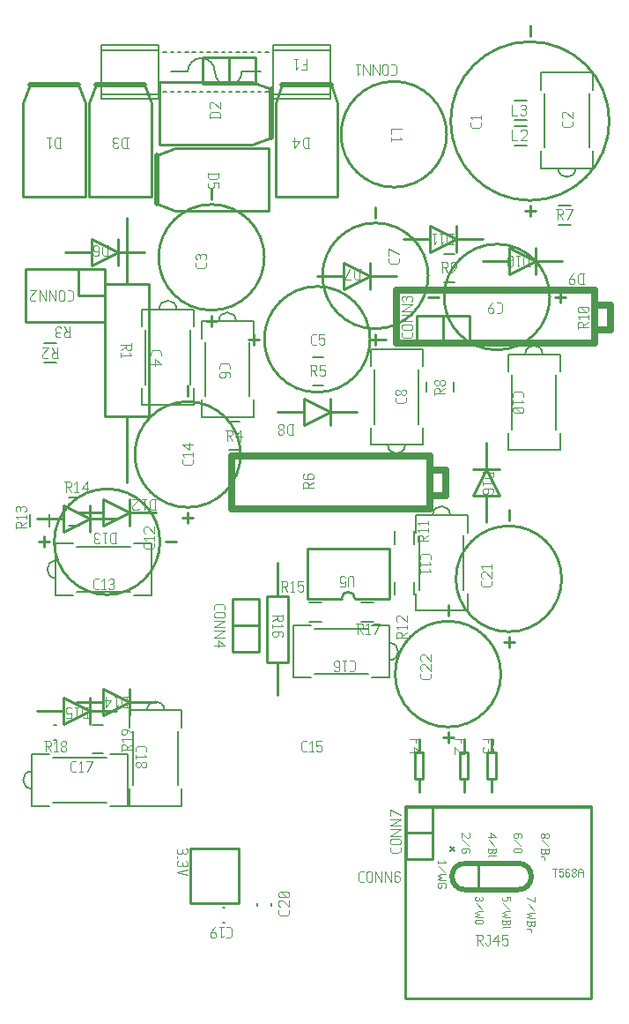
<source format=gbr>
G04 start of page 8 for group -4079 idx -4079 *
G04 Title: (unknown), topsilk *
G04 Creator: pcb 1.99z *
G04 CreationDate: Thu 18 Dec 2014 06:06:48 AM GMT UTC *
G04 For: commonadmin *
G04 Format: Gerber/RS-274X *
G04 PCB-Dimensions (mil): 2350.00 3800.00 *
G04 PCB-Coordinate-Origin: lower left *
%MOIN*%
%FSLAX25Y25*%
%LNTOPSILK*%
%ADD121C,0.0040*%
%ADD120C,0.0200*%
%ADD119C,0.0250*%
%ADD118C,0.0079*%
%ADD117C,0.0080*%
%ADD116C,0.0030*%
%ADD115C,0.0060*%
%ADD114C,0.0100*%
G54D114*X155330Y51930D02*Y80906D01*
X169109D01*
G54D115*X172298Y65749D02*X173873Y64174D01*
X172298D02*X173873Y65749D01*
G54D114*X155330Y8465D02*X225802D01*
X155330Y51969D02*Y8465D01*
X225802Y51969D02*Y8465D01*
Y80906D02*X210881D01*
X225802Y51930D02*Y80906D01*
X168086D02*X213086D01*
G54D116*X201462Y46453D02*X204462Y44953D01*
Y46828D02*Y44953D01*
X201837Y44053D02*X204087Y41803D01*
X202962Y40903D02*X204462D01*
X202962D02*X201462Y40528D01*
X202962Y39778D01*
X201462Y39028D01*
X202962Y38653D01*
X204462D01*
X201462Y37753D02*Y36253D01*
X201837Y35878D01*
X202737D01*
X203112Y36253D02*X202737Y35878D01*
X203112Y37378D02*Y36253D01*
X201462Y37378D02*X204462D01*
Y37753D02*Y36253D01*
X204087Y35878D01*
X203487D02*X204087D01*
X203112Y36253D02*X203487Y35878D01*
X201462Y34603D02*X202587D01*
X202962Y34228D01*
Y33478D01*
Y34978D02*X202587Y34603D01*
X195013Y46828D02*Y45328D01*
X193513Y46828D02*X195013D01*
X193513D02*X193888Y46453D01*
Y45703D01*
X193513Y45328D01*
X192388D02*X193513D01*
X192013Y45703D02*X192388Y45328D01*
X192013Y46453D02*Y45703D01*
X192388Y46828D02*X192013Y46453D01*
X192388Y44428D02*X194638Y42178D01*
X193513Y41278D02*X195013D01*
X193513D02*X192013Y40903D01*
X193513Y40153D01*
X192013Y39403D01*
X193513Y39028D01*
X195013D01*
X192013Y38128D02*Y36628D01*
X192388Y36253D01*
X193288D01*
X193663Y36628D02*X193288Y36253D01*
X193663Y37753D02*Y36628D01*
X192013Y37753D02*X195013D01*
Y38128D02*Y36628D01*
X194638Y36253D01*
X194038D02*X194638D01*
X193663Y36628D02*X194038Y36253D01*
X192388Y35353D02*X195013D01*
X192388D02*X192013Y34978D01*
X187626Y71064D02*X189501Y69564D01*
X187626Y71064D02*Y69189D01*
X186501Y69564D02*X189501D01*
X186876Y68289D02*X189126Y66039D01*
X186501Y65139D02*Y63639D01*
X186876Y63264D01*
X187776D01*
X188151Y63639D02*X187776Y63264D01*
X188151Y64764D02*Y63639D01*
X186501Y64764D02*X189501D01*
Y65139D02*Y63639D01*
X189126Y63264D01*
X188526D02*X189126D01*
X188151Y63639D02*X188526Y63264D01*
X186876Y62364D02*X189501D01*
X186876D02*X186501Y61989D01*
X184402Y46828D02*X184777Y46453D01*
Y45703D01*
X184402Y45328D01*
X181777Y45703D02*X182152Y45328D01*
X181777Y46453D02*Y45703D01*
X182152Y46828D02*X181777Y46453D01*
X183427D02*Y45703D01*
X183802Y45328D02*X184402D01*
X182152D02*X183052D01*
X183427Y45703D01*
X183802Y45328D02*X183427Y45703D01*
X182152Y44428D02*X184402Y42178D01*
X183277Y41278D02*X184777D01*
X183277D02*X181777Y40903D01*
X183277Y40153D01*
X181777Y39403D01*
X183277Y39028D01*
X184777D01*
X182152Y38128D02*X184402D01*
X184777Y37753D01*
Y37003D01*
X184402Y36628D01*
X182152D02*X184402D01*
X181777Y37003D02*X182152Y36628D01*
X181777Y37753D02*Y37003D01*
X182152Y38128D02*X181777Y37753D01*
X211149Y57570D02*X212649D01*
X211899D02*Y54570D01*
X213549Y57570D02*X215049D01*
X213549D02*Y56070D01*
X213924Y56445D01*
X214674D01*
X215049Y56070D01*
Y54945D01*
X214674Y54570D02*X215049Y54945D01*
X213924Y54570D02*X214674D01*
X213549Y54945D02*X213924Y54570D01*
X217074Y57570D02*X217449Y57195D01*
X216324Y57570D02*X217074D01*
X215949Y57195D02*X216324Y57570D01*
X215949Y57195D02*Y54945D01*
X216324Y54570D01*
X217074Y56220D02*X217449Y55845D01*
X215949Y56220D02*X217074D01*
X216324Y54570D02*X217074D01*
X217449Y54945D01*
Y55845D02*Y54945D01*
X218349D02*X218724Y54570D01*
X218349Y55545D02*Y54945D01*
Y55545D02*X218874Y56070D01*
X219324D01*
X219849Y55545D01*
Y54945D01*
X219474Y54570D02*X219849Y54945D01*
X218724Y54570D02*X219474D01*
X218349Y56595D02*X218874Y56070D01*
X218349Y57195D02*Y56595D01*
Y57195D02*X218724Y57570D01*
X219474D01*
X219849Y57195D01*
Y56595D01*
X219324Y56070D02*X219849Y56595D01*
X220749Y56820D02*Y54570D01*
Y56820D02*X221274Y57570D01*
X222099D01*
X222624Y56820D01*
Y54570D01*
X220749Y56070D02*X222624D01*
X206955Y70670D02*X206580Y70295D01*
X206955Y70670D02*X207555D01*
X208080Y70145D01*
Y69695D01*
X207555Y69170D01*
X206955D02*X207555D01*
X206580Y69545D02*X206955Y69170D01*
X206580Y70295D02*Y69545D01*
X208605Y70670D02*X208080Y70145D01*
X208605Y70670D02*X209205D01*
X209580Y70295D01*
Y69545D01*
X209205Y69170D01*
X208605D02*X209205D01*
X208080Y69695D02*X208605Y69170D01*
X206955Y68270D02*X209205Y66020D01*
X206580Y65120D02*Y63620D01*
X206955Y63245D01*
X207855D01*
X208230Y63620D02*X207855Y63245D01*
X208230Y64745D02*Y63620D01*
X206580Y64745D02*X209580D01*
Y65120D02*Y63620D01*
X209205Y63245D01*
X208605D02*X209205D01*
X208230Y63620D02*X208605Y63245D01*
X206580Y61970D02*X207705D01*
X208080Y61595D01*
Y60845D01*
Y62345D02*X207705Y61970D01*
X199344Y69545D02*X198969Y69170D01*
X199344Y70295D02*Y69545D01*
X198969Y70670D02*X199344Y70295D01*
X196719Y70670D02*X198969D01*
X196719D02*X196344Y70295D01*
X197994Y69545D02*X197619Y69170D01*
X197994Y70670D02*Y69545D01*
X196344Y70295D02*Y69545D01*
X196719Y69170D01*
X197619D01*
X196719Y68270D02*X198969Y66020D01*
X196719Y65120D02*X198969D01*
X199344Y64745D01*
Y63995D01*
X198969Y63620D01*
X196719D02*X198969D01*
X196344Y63995D02*X196719Y63620D01*
X196344Y64745D02*Y63995D01*
X196719Y65120D02*X196344Y64745D01*
X179284Y71064D02*X179659Y70689D01*
Y69564D01*
X179284Y69189D01*
X178534D02*X179284D01*
X176659Y71064D02*X178534Y69189D01*
X176659Y71064D02*Y69189D01*
X177034Y68289D02*X179284Y66039D01*
X179659Y63639D02*X179284Y63264D01*
X179659Y64764D02*Y63639D01*
X179284Y65139D02*X179659Y64764D01*
X177034Y65139D02*X179284D01*
X177034D02*X176659Y64764D01*
Y63639D01*
X177034Y63264D01*
X177784D01*
X178159Y63639D02*X177784Y63264D01*
X178159Y64389D02*Y63639D01*
X169941Y60434D02*X170541Y59834D01*
X167541D02*X170541D01*
X167541Y60434D02*Y59309D01*
X167916Y58409D02*X170166Y56159D01*
X169041Y55259D02*X170541D01*
X169041D02*X167541Y54884D01*
X169041Y54134D01*
X167541Y53384D01*
X169041Y53009D01*
X170541D01*
Y50609D02*X170166Y50234D01*
X170541Y51734D02*Y50609D01*
X170166Y52109D02*X170541Y51734D01*
X167916Y52109D02*X170166D01*
X167916D02*X167541Y51734D01*
Y50609D01*
X167916Y50234D01*
X168666D01*
X169041Y50609D02*X168666Y50234D01*
X169041Y51359D02*Y50609D01*
G54D114*X186000Y218500D02*Y208500D01*
Y198500D02*Y188500D01*
Y208500D02*X191000Y198500D01*
X181000D02*X191000D01*
X181000D02*X186000Y208500D01*
X181000D02*X191000D01*
G54D117*X213233Y308240D02*X217957D01*
X213233Y300760D02*X217957D01*
G54D118*X194157Y222248D02*Y215654D01*
X213843D01*
Y222248D02*Y215654D01*
X194157Y251874D02*Y245280D01*
Y251874D02*X213843D01*
Y245280D01*
X195535Y244000D02*Y223528D01*
X212465Y244000D02*Y223528D01*
X207281Y251874D02*G75*G03X200719Y251874I-3281J0D01*G01*
G54D114*X204500Y287000D02*X214500D01*
X184500D02*X194500D01*
X204500D02*X194500Y282000D01*
Y292000D02*Y282000D01*
Y292000D02*X204500Y287000D01*
Y292000D02*Y282000D01*
X151000Y355000D02*G75*G03X151000Y355000I0J-20000D01*G01*
X202500Y308000D02*Y304000D01*
X200500Y306000D02*X204500D01*
X202500Y376000D02*Y372000D01*
Y310000D02*G75*G03X202500Y310000I0J30000D01*G01*
G54D117*X196543Y338240D02*X201267D01*
X196543Y330760D02*X201267D01*
G54D118*X226343Y358346D02*Y351752D01*
X206657Y358346D02*X226343D01*
X206657D02*Y351752D01*
X226343Y328720D02*Y322126D01*
X206657D02*X226343D01*
X206657Y328720D02*Y322126D01*
X224965Y350472D02*Y330000D01*
X208035Y350472D02*Y330000D01*
X213219Y322126D02*G75*G03X219781Y322126I3281J0D01*G01*
G54D117*X196543Y347740D02*X201267D01*
X196543Y340260D02*X201267D01*
G54D118*X161843Y253874D02*Y247280D01*
X142157Y253874D02*X161843D01*
X142157D02*Y247280D01*
X161843Y224248D02*Y217654D01*
X142157D02*X161843D01*
X142157Y224248D02*Y217654D01*
X160465Y246000D02*Y225528D01*
X143535Y246000D02*Y225528D01*
X148719Y217654D02*G75*G03X155281Y217654I3281J0D01*G01*
G54D117*X163186Y241563D02*Y237627D01*
X173814Y241563D02*Y237627D01*
X170127Y289814D02*X174063D01*
X170127Y279186D02*X174063D01*
G54D114*X174500Y295500D02*X184500D01*
X154500D02*X164500D01*
X174500D02*X164500Y290500D01*
Y300500D02*Y290500D01*
Y300500D02*X174500Y295500D01*
Y300500D02*Y290500D01*
G54D119*X227000Y270500D02*X233000D01*
Y261000D01*
X227000D02*X233000D01*
X152000Y256000D02*X227000D01*
Y276000D02*Y256000D01*
X152000Y276000D02*X227000D01*
X152000D02*Y256000D01*
G54D114*X179500Y266500D02*Y256500D01*
X159500Y266500D02*X179500D01*
X159500D02*Y256500D01*
X179500D01*
X169500Y266500D02*X179500D01*
X169500D02*Y256500D01*
X212000Y273500D02*X216000D01*
X214000Y275500D02*Y271500D01*
X164000Y273500D02*X168000D01*
X210000D02*G75*G03X210000Y273500I-20000J0D01*G01*
G54D117*X138543Y158240D02*X143267D01*
X138543Y150760D02*X143267D01*
X119043Y158240D02*X123767D01*
X119043Y150760D02*X123767D01*
G54D118*X113126Y149343D02*X119720D01*
X113126D02*Y129657D01*
X119720D01*
X142752Y149343D02*X149346D01*
Y129657D01*
X142752D02*X149346D01*
X121000Y147965D02*X141472D01*
X121000Y131035D02*X141472D01*
X149346Y136219D02*G75*G03X149346Y142781I0J3281D01*G01*
G54D114*X149250Y178500D02*Y159500D01*
X118250Y178500D02*X149250D01*
X118250D02*Y159500D01*
X136250D02*X149250D01*
X118250D02*X131250D01*
X136250D02*G75*G03X131250Y159500I-2500J0D01*G01*
G54D118*X159157Y161530D02*Y154936D01*
X178843D01*
Y161530D02*Y154936D01*
X159157Y191156D02*Y184562D01*
Y191156D02*X178843D01*
Y184562D01*
X160535Y183282D02*Y162810D01*
X177465Y183282D02*Y162810D01*
X172281Y191156D02*G75*G03X165719Y191156I-3281J0D01*G01*
G54D117*X151260Y165767D02*Y161043D01*
X158740Y165767D02*Y161043D01*
X151260Y184957D02*Y180233D01*
X158740Y184957D02*Y180233D01*
G54D114*X194500Y145000D02*Y141000D01*
X192500Y143000D02*X196500D01*
X194500Y193000D02*Y189000D01*
Y147000D02*G75*G03X194500Y147000I0J20000D01*G01*
X171500Y109000D02*Y105000D01*
X169500Y107000D02*X173500D01*
X171500Y157000D02*Y153000D01*
Y111000D02*G75*G03X171500Y111000I0J20000D01*G01*
X177500Y106500D02*Y101500D01*
Y91500D02*Y86500D01*
X179100Y101500D02*Y91500D01*
X175900D02*X179100D01*
X175900Y101500D02*Y91500D01*
Y101500D02*X179100D01*
X160500Y106500D02*Y101500D01*
Y91500D02*Y86500D01*
X162100Y101500D02*Y91500D01*
X158900D02*X162100D01*
X158900Y101500D02*Y91500D01*
Y101500D02*X162100D01*
X188000Y106500D02*Y101500D01*
Y91500D02*Y86500D01*
X189600Y101500D02*Y91500D01*
X186400D02*X189600D01*
X186400Y101500D02*Y91500D01*
Y101500D02*X189600D01*
X155500Y61000D02*X165500D01*
Y81000D02*Y61000D01*
X155500Y81000D02*X165500D01*
X155500D02*Y61000D01*
X165500Y71000D02*Y61000D01*
X155500Y71000D02*X165500D01*
X168000Y80945D02*X213000D01*
X155244D02*X169024D01*
X225717D02*Y51969D01*
X210795Y80945D02*X225717D01*
Y52008D02*Y8504D01*
X155244Y80945D02*Y51969D01*
Y52008D02*Y8504D01*
X225717D01*
G54D120*X178000Y49500D02*X198000D01*
X178000Y59500D02*X198000D01*
G54D114*X183000D02*Y49500D01*
G54D120*X178000Y59500D02*G75*G03X178000Y49500I0J-5000D01*G01*
X198000D02*G75*G03X198000Y59500I0J5000D01*G01*
G54D114*X73900Y65200D02*Y44500D01*
X92200D01*
Y65200D02*Y44500D01*
X73900Y65200D02*X92200D01*
G54D117*X86150Y37245D02*X86936D01*
X86150Y42755D02*X86936D01*
X99245Y44350D02*Y43564D01*
X104755Y44350D02*Y43564D01*
G54D118*X50236Y81157D02*X43642D01*
X50236D02*Y100843D01*
X43642D01*
X14016Y81157D02*X20610D01*
X14016D02*Y100843D01*
X20610D01*
X42362Y82535D02*X21890D01*
X42362Y99465D02*X21890D01*
X14016Y94281D02*G75*G03X14016Y87719I0J-3281D01*G01*
G54D114*X36000Y117000D02*X46000D01*
X16000D02*X26000D01*
X36000D02*X26000Y112000D01*
Y122000D02*Y112000D01*
Y122000D02*X36000Y117000D01*
Y122000D02*Y112000D01*
X51000Y120500D02*X61000D01*
X31000D02*X41000D01*
X51000D02*X41000Y115500D01*
Y125500D02*Y115500D01*
Y125500D02*X51000Y120500D01*
Y125500D02*Y115500D01*
G54D117*X37017Y111814D02*X40953D01*
X37017Y101186D02*X40953D01*
G54D118*X51047Y87720D02*Y81126D01*
X70732D01*
Y87720D02*Y81126D01*
X51047Y117346D02*Y110752D01*
Y117346D02*X70732D01*
Y110752D01*
X52425Y109472D02*Y89000D01*
X69354Y109472D02*Y89000D01*
X64170Y117346D02*G75*G03X57609Y117346I-3281J0D01*G01*
G54D117*X126961Y368736D02*Y348263D01*
X105308Y368736D02*Y348263D01*
X105307Y350233D02*X126960D01*
X105307Y368736D02*X126960D01*
X93496Y358697D02*X100779D01*
X66527D02*X73023D01*
X105307Y366768D02*X126960D01*
X105307Y348264D02*X126960D01*
X40347Y368736D02*X62000D01*
X40347Y348264D02*X62000D01*
X61999Y368737D02*Y348264D01*
X40346Y368737D02*Y348264D01*
X40347Y366767D02*X62000D01*
X40347Y350232D02*X62000D01*
X83062Y351020D02*X84243D01*
X80306D02*X81487D01*
X77550D02*X78731D01*
X74794D02*X75975D01*
X72038D02*X73219D01*
X94085D02*X95266D01*
X91330D02*X92511D01*
X88574D02*X89755D01*
X85818D02*X86999D01*
X102353D02*X103534D01*
X99597D02*X100778D01*
X96841D02*X98022D01*
X63770D02*X64951D01*
X69282D02*X70463D01*
X66526D02*X67707D01*
X83063Y365981D02*X84244D01*
X80307D02*X81488D01*
X77551D02*X78732D01*
X74795D02*X75976D01*
X72039D02*X73220D01*
X94086D02*X95267D01*
X91331D02*X92512D01*
X88575D02*X89756D01*
X85819D02*X87000D01*
X102354D02*X103535D01*
X99598D02*X100779D01*
X96842D02*X98023D01*
X63771D02*X64952D01*
X69283D02*X70464D01*
X66527D02*X67708D01*
X88378Y353579D02*G75*G03X93496Y358697I0J5118D01*G01*
X83260Y358698D02*G75*G03X88379Y353579I5119J0D01*G01*
X78142Y363815D02*G75*G03X73024Y358697I0J-5118D01*G01*
X83260Y358696D02*G75*G03X78141Y363815I-5119J0D01*G01*
G54D114*X98500Y364000D02*Y354000D01*
X78500Y364000D02*X98500D01*
X78500D02*Y354000D01*
X98500D01*
X88500Y364000D02*X98500D01*
X88500D02*Y354000D01*
G54D120*X13300Y353800D02*X31700D01*
G54D114*X13300D02*X10700Y346600D01*
Y311400D01*
X34300D01*
Y346600D02*Y311400D01*
Y346600D02*X31700Y353800D01*
G54D120*X38300D02*X56700D01*
G54D114*X38300D02*X35700Y346600D01*
Y311400D01*
X59300D01*
Y346600D02*Y311400D01*
Y346600D02*X56700Y353800D01*
G54D120*X104600Y352200D02*Y333800D01*
G54D114*Y352200D02*X97400Y354800D01*
X62200D02*X97400D01*
X62200D02*Y331200D01*
X97400D01*
X104600Y333800D01*
G54D120*X61200Y327200D02*Y308800D01*
G54D114*X68400Y306200D01*
X103600D01*
Y329800D01*
X68400D01*
X61200Y327200D01*
G54D120*X108800Y353800D02*X127200D01*
G54D114*X108800D02*X106200Y346600D01*
Y311400D01*
X129800D01*
Y346600D02*Y311400D01*
Y346600D02*X127200Y353800D01*
X142000Y281500D02*X152000D01*
X122000D02*X132000D01*
X142000D02*X132000Y276500D01*
Y286500D02*Y276500D01*
Y286500D02*X142000Y281500D01*
Y286500D02*Y276500D01*
X82000Y266500D02*Y262500D01*
X80000Y264500D02*X84000D01*
X82000Y314500D02*Y310500D01*
Y268500D02*G75*G03X82000Y268500I0J20000D01*G01*
X127000Y230000D02*X137000D01*
X107000D02*X117000D01*
X127000D02*X117000Y225000D01*
Y235000D02*Y225000D01*
Y235000D02*X127000Y230000D01*
Y235000D02*Y225000D01*
G54D117*X120437Y250814D02*X124373D01*
X120437Y240186D02*X124373D01*
G54D114*X96000Y257500D02*X100000D01*
X98000Y259500D02*Y255500D01*
X144000Y257500D02*X148000D01*
X102000D02*G75*G03X102000Y257500I20000J0D01*G01*
G54D119*X164500Y208000D02*X170500D01*
Y198500D01*
X164500D02*X170500D01*
X89500Y193500D02*X164500D01*
Y213500D02*Y193500D01*
X89500Y213500D02*X164500D01*
X89500D02*Y193500D01*
G54D114*X144000Y259500D02*Y255500D01*
X142000Y257500D02*X146000D01*
X144000Y307500D02*Y303500D01*
Y261500D02*G75*G03X144000Y261500I0J20000D01*G01*
X46500Y290500D02*X56500D01*
X26500D02*X36500D01*
X46500D02*X36500Y285500D01*
Y295500D02*Y285500D01*
Y295500D02*X46500Y290500D01*
Y295500D02*Y285500D01*
G54D117*X18543Y248760D02*X23267D01*
X18543Y256240D02*X23267D01*
G54D114*X11500Y284000D02*X41500D01*
X11500D02*Y264000D01*
X41500D01*
Y284000D02*Y264000D01*
X31500Y284000D02*Y274000D01*
X41500D01*
X50000Y278500D02*Y303500D01*
Y203500D02*Y228500D01*
X58300D02*Y278500D01*
X41700Y228500D02*X58300D01*
X41700D02*Y278500D01*
X58300D01*
G54D118*X55657Y239248D02*Y232654D01*
X75343D01*
Y239248D02*Y232654D01*
X55657Y268874D02*Y262280D01*
Y268874D02*X75343D01*
Y262280D01*
X57035Y261000D02*Y240528D01*
X73965Y261000D02*Y240528D01*
X68781Y268874D02*G75*G03X62219Y268874I-3281J0D01*G01*
X78157Y234748D02*Y228154D01*
X97843D01*
Y234748D02*Y228154D01*
X78157Y264374D02*Y257780D01*
Y264374D02*X97843D01*
Y257780D01*
X79535Y256500D02*Y236028D01*
X96465Y256500D02*Y236028D01*
X91281Y264374D02*G75*G03X84719Y264374I-3281J0D01*G01*
G54D117*X88627Y226314D02*X92563D01*
X88627Y215686D02*X92563D01*
G54D114*X107000Y173000D02*Y160500D01*
Y135500D02*Y123000D01*
X111100Y160500D02*Y135500D01*
X102900D02*X111100D01*
X102900Y160500D02*Y135500D01*
Y160500D02*X111100D01*
X90000Y159500D02*X100000D01*
X90000D02*Y139500D01*
X100000D01*
Y159500D02*Y139500D01*
X90000Y159500D02*Y149500D01*
X100000D01*
X73000Y192000D02*Y188000D01*
X71000Y190000D02*X75000D01*
X73000Y240000D02*Y236000D01*
Y194000D02*G75*G03X73000Y194000I0J20000D01*G01*
G54D117*X28127Y197814D02*X32063D01*
X28127Y187186D02*X32063D01*
X13260Y191457D02*Y186733D01*
X20740Y191457D02*Y186733D01*
G54D114*X51000Y192000D02*X61000D01*
X31000D02*X41000D01*
X51000D02*X41000Y187000D01*
Y197000D02*Y187000D01*
Y197000D02*X51000Y192000D01*
Y197000D02*Y187000D01*
X36028Y189839D02*X46028D01*
X16028D02*X26028D01*
X36028D02*X26028Y184839D01*
Y194839D02*Y184839D01*
Y194839D02*X36028Y189839D01*
Y194839D02*Y184839D01*
X16500Y181000D02*X20500D01*
X18500Y183000D02*Y179000D01*
X64500Y181000D02*X68500D01*
X22500D02*G75*G03X22500Y181000I20000J0D01*G01*
G54D118*X59346Y160657D02*X52752D01*
X59346D02*Y180343D01*
X52752D01*
X23126Y160657D02*X29720D01*
X23126D02*Y180343D01*
X29720D01*
X51472Y162035D02*X31000D01*
X51472Y178965D02*X31000D01*
X23126Y173781D02*G75*G03X23126Y167219I0J-3281D01*G01*
G54D117*X22454Y111755D02*X23240D01*
X22454Y106245D02*X23240D01*
G54D121*X109100Y153500D02*Y151500D01*
X108600Y151000D01*
X107600D02*X108600D01*
X107100Y151500D02*X107600Y151000D01*
X107100Y153000D02*Y151500D01*
X105100Y153000D02*X109100D01*
X107100Y152200D02*X105100Y151000D01*
X108300Y149800D02*X109100Y149000D01*
X105100D02*X109100D01*
X105100Y149800D02*Y148300D01*
X109100Y145600D02*X108600Y145100D01*
X109100Y146600D02*Y145600D01*
X108600Y147100D02*X109100Y146600D01*
X105600Y147100D02*X108600D01*
X105600D02*X105100Y146600D01*
X107300Y145600D02*X106800Y145100D01*
X107300Y147100D02*Y145600D01*
X105100Y146600D02*Y145600D01*
X105600Y145100D01*
X106800D01*
X136755Y150150D02*X138755D01*
X139255Y149650D01*
Y148650D01*
X138755Y148150D02*X139255Y148650D01*
X137255Y148150D02*X138755D01*
X137255Y150150D02*Y146150D01*
X138055Y148150D02*X139255Y146150D01*
X140455Y149350D02*X141255Y150150D01*
Y146150D01*
X140455D02*X141955D01*
X143655D02*X145655Y150150D01*
X143155D02*X145655D01*
X108255Y166150D02*X110255D01*
X110755Y165650D01*
Y164650D01*
X110255Y164150D02*X110755Y164650D01*
X108755Y164150D02*X110255D01*
X108755Y166150D02*Y162150D01*
X109555Y164150D02*X110755Y162150D01*
X111955Y165350D02*X112755Y166150D01*
Y162150D01*
X111955D02*X113455D01*
X114655Y166150D02*X116655D01*
X114655D02*Y164150D01*
X115155Y164650D01*
X116155D01*
X116655Y164150D01*
Y162650D01*
X116155Y162150D02*X116655Y162650D01*
X115155Y162150D02*X116155D01*
X114655Y162650D02*X115155Y162150D01*
X135750Y167500D02*Y164000D01*
Y167500D02*X135250Y168000D01*
X134250D02*X135250D01*
X134250D02*X133750Y167500D01*
Y164000D01*
X130550D02*X132550D01*
Y166000D02*Y164000D01*
Y166000D02*X132050Y165500D01*
X131050D02*X132050D01*
X131050D02*X130550Y166000D01*
Y167500D02*Y166000D01*
X131050Y168000D02*X130550Y167500D01*
X131050Y168000D02*X132050D01*
X132550Y167500D02*X132050Y168000D01*
X37936Y163000D02*X39236D01*
X37236Y163700D02*X37936Y163000D01*
X37236Y166300D02*Y163700D01*
Y166300D02*X37936Y167000D01*
X39236D01*
X40436Y166200D02*X41236Y167000D01*
Y163000D01*
X40436D02*X41936D01*
X43136Y166500D02*X43636Y167000D01*
X44636D01*
X45136Y166500D01*
X44636Y163000D02*X45136Y163500D01*
X43636Y163000D02*X44636D01*
X43136Y163500D02*X43636Y163000D01*
Y165200D02*X44636D01*
X45136Y166500D02*Y165700D01*
Y164700D02*Y163500D01*
Y164700D02*X44636Y165200D01*
X45136Y165700D02*X44636Y165200D01*
X83000Y156800D02*Y155500D01*
X83700Y157500D02*X83000Y156800D01*
X83700Y157500D02*X86300D01*
X87000Y156800D01*
Y155500D01*
X83500Y154300D02*X86500D01*
X87000Y153800D01*
Y152800D01*
X86500Y152300D01*
X83500D02*X86500D01*
X83000Y152800D02*X83500Y152300D01*
X83000Y153800D02*Y152800D01*
X83500Y154300D02*X83000Y153800D01*
Y151100D02*X87000D01*
X83000Y148600D01*
X87000D01*
X83000Y147400D02*X87000D01*
X83000Y144900D01*
X87000D01*
X84500Y143700D02*X87000Y141700D01*
X84500Y143700D02*Y141200D01*
X83000Y141700D02*X87000D01*
X134236Y136000D02*X135536D01*
X136236Y135300D02*X135536Y136000D01*
X136236Y135300D02*Y132700D01*
X135536Y132000D01*
X134236D02*X135536D01*
X133036Y132800D02*X132236Y132000D01*
Y136000D02*Y132000D01*
X131536Y136000D02*X133036D01*
X128836Y132000D02*X128336Y132500D01*
X128836Y132000D02*X129836D01*
X130336Y132500D02*X129836Y132000D01*
X130336Y135500D02*Y132500D01*
Y135500D02*X129836Y136000D01*
X128836Y133800D02*X128336Y134300D01*
X128836Y133800D02*X130336D01*
X128836Y136000D02*X129836D01*
X128836D02*X128336Y135500D01*
Y134300D01*
X116609Y101650D02*X117909D01*
X115909Y102350D02*X116609Y101650D01*
X115909Y104950D02*Y102350D01*
Y104950D02*X116609Y105650D01*
X117909D01*
X119109Y104850D02*X119909Y105650D01*
Y101650D01*
X119109D02*X120609D01*
X121809Y105650D02*X123809D01*
X121809D02*Y103650D01*
X122309Y104150D01*
X123309D01*
X123809Y103650D01*
Y102150D01*
X123309Y101650D02*X123809Y102150D01*
X122309Y101650D02*X123309D01*
X121809Y102150D02*X122309Y101650D01*
X151850Y146255D02*Y144255D01*
Y146255D02*X152350Y146755D01*
X153350D01*
X153850Y146255D02*X153350Y146755D01*
X153850Y146255D02*Y144755D01*
X151850D02*X155850D01*
X153850Y145555D02*X155850Y146755D01*
X152650Y147955D02*X151850Y148755D01*
X155850D01*
Y149455D02*Y147955D01*
X152350Y150655D02*X151850Y151155D01*
Y152655D02*Y151155D01*
Y152655D02*X152350Y153155D01*
X153350D01*
X155850Y150655D02*X153350Y153155D01*
X155850D02*Y150655D01*
X165000Y131000D02*Y129700D01*
X164300Y129000D02*X165000Y129700D01*
X161700Y129000D02*X164300D01*
X161700D02*X161000Y129700D01*
Y131000D02*Y129700D01*
X161500Y132200D02*X161000Y132700D01*
Y134200D02*Y132700D01*
Y134200D02*X161500Y134700D01*
X162500D01*
X165000Y132200D02*X162500Y134700D01*
X165000D02*Y132200D01*
X161500Y135900D02*X161000Y136400D01*
Y137900D02*Y136400D01*
Y137900D02*X161500Y138400D01*
X162500D01*
X165000Y135900D02*X162500Y138400D01*
X165000D02*Y135900D01*
X174100Y106500D02*X178100D01*
Y104500D01*
X176300Y106500D02*Y105000D01*
X177600Y103300D02*X178100Y102800D01*
Y101300D01*
X177600Y100800D01*
X176600D02*X177600D01*
X174100Y103300D02*X176600Y100800D01*
X174100Y103300D02*Y100800D01*
X157100Y106500D02*X161100D01*
Y104500D01*
X159300Y106500D02*Y105000D01*
X158600Y103300D02*X161100Y101300D01*
X158600Y103300D02*Y100800D01*
X157100Y101300D02*X161100D01*
X184600Y106500D02*X188600D01*
Y104500D01*
X186800Y106500D02*Y105000D01*
X188100Y103300D02*X188600Y102800D01*
Y101800D01*
X188100Y101300D01*
X184600Y101800D02*X185100Y101300D01*
X184600Y102800D02*Y101800D01*
X185100Y103300D02*X184600Y102800D01*
X186800D02*Y101800D01*
X187300Y101300D02*X188100D01*
X185100D02*X186300D01*
X186800Y101800D01*
X187300Y101300D02*X186800Y101800D01*
X184500Y207000D02*X188500D01*
Y205700D02*X187800Y205000D01*
X185200D02*X187800D01*
X184500Y205700D02*X185200Y205000D01*
X184500Y207500D02*Y205700D01*
X188500Y207500D02*Y205700D01*
X187700Y203800D02*X188500Y203000D01*
X184500D02*X188500D01*
X184500Y203800D02*Y202300D01*
X188500Y199600D02*X188000Y199100D01*
X188500Y200600D02*Y199600D01*
X188000Y201100D02*X188500Y200600D01*
X185000Y201100D02*X188000D01*
X185000D02*X184500Y200600D01*
X186700Y199600D02*X186200Y199100D01*
X186700Y201100D02*Y199600D01*
X184500Y200600D02*Y199600D01*
X185000Y199100D01*
X186200D01*
X196000Y237064D02*Y235764D01*
X196700Y237764D02*X196000Y237064D01*
X196700Y237764D02*X199300D01*
X200000Y237064D01*
Y235764D01*
X199200Y234564D02*X200000Y233764D01*
X196000D02*X200000D01*
X196000Y234564D02*Y233064D01*
X196500Y231864D02*X196000Y231364D01*
X196500Y231864D02*X199500D01*
X200000Y231364D01*
Y230364D01*
X199500Y229864D01*
X196500D02*X199500D01*
X196000Y230364D02*X196500Y229864D01*
X196000Y231364D02*Y230364D01*
X197000Y231864D02*X199000Y229864D01*
X155500Y235264D02*Y233964D01*
X154800Y233264D02*X155500Y233964D01*
X152200Y233264D02*X154800D01*
X152200D02*X151500Y233964D01*
Y235264D02*Y233964D01*
X155000Y236464D02*X155500Y236964D01*
X154200Y236464D02*X155000D01*
X154200D02*X153500Y237164D01*
Y237764D02*Y237164D01*
Y237764D02*X154200Y238464D01*
X155000D01*
X155500Y237964D02*X155000Y238464D01*
X155500Y237964D02*Y236964D01*
X152800Y236464D02*X153500Y237164D01*
X152000Y236464D02*X152800D01*
X152000D02*X151500Y236964D01*
Y237964D02*Y236964D01*
Y237964D02*X152000Y238464D01*
X152800D01*
X153500Y237764D02*X152800Y238464D01*
X158000Y260000D02*Y258700D01*
X157300Y258000D02*X158000Y258700D01*
X154700Y258000D02*X157300D01*
X154700D02*X154000Y258700D01*
Y260000D02*Y258700D01*
X154500Y261200D02*X157500D01*
X154500D02*X154000Y261700D01*
Y262700D02*Y261700D01*
Y262700D02*X154500Y263200D01*
X157500D01*
X158000Y262700D02*X157500Y263200D01*
X158000Y262700D02*Y261700D01*
X157500Y261200D02*X158000Y261700D01*
X154000Y264400D02*X158000D01*
X154000D02*X158000Y266900D01*
X154000D02*X158000D01*
X154000Y268100D02*X158000D01*
X154000D02*X158000Y270600D01*
X154000D02*X158000D01*
X154500Y271800D02*X154000Y272300D01*
Y273300D02*Y272300D01*
Y273300D02*X154500Y273800D01*
X158000Y273300D02*X157500Y273800D01*
X158000Y273300D02*Y272300D01*
X157500Y271800D02*X158000Y272300D01*
X155800Y273300D02*Y272300D01*
X154500Y273800D02*X155300D01*
X156300D02*X157500D01*
X156300D02*X155800Y273300D01*
X155300Y273800D02*X155800Y273300D01*
X166350Y238445D02*Y236445D01*
Y238445D02*X166850Y238945D01*
X167850D01*
X168350Y238445D02*X167850Y238945D01*
X168350Y238445D02*Y236945D01*
X166350D02*X170350D01*
X168350Y237745D02*X170350Y238945D01*
X169850Y240145D02*X170350Y240645D01*
X169050Y240145D02*X169850D01*
X169050D02*X168350Y240845D01*
Y241445D02*Y240845D01*
Y241445D02*X169050Y242145D01*
X169850D01*
X170350Y241645D02*X169850Y242145D01*
X170350Y241645D02*Y240645D01*
X167650Y240145D02*X168350Y240845D01*
X166850Y240145D02*X167650D01*
X166850D02*X166350Y240645D01*
Y241645D02*Y240645D01*
Y241645D02*X166850Y242145D01*
X167650D01*
X168350Y241445D02*X167650Y242145D01*
X161000Y175846D02*Y174546D01*
X161700Y176546D02*X161000Y175846D01*
X161700Y176546D02*X164300D01*
X165000Y175846D01*
Y174546D01*
X164200Y173346D02*X165000Y172546D01*
X161000D02*X165000D01*
X161000Y173346D02*Y171846D01*
X164200Y170646D02*X165000Y169846D01*
X161000D02*X165000D01*
X161000Y170646D02*Y169146D01*
X159850Y182945D02*Y180945D01*
Y182945D02*X160350Y183445D01*
X161350D01*
X161850Y182945D02*X161350Y183445D01*
X161850Y182945D02*Y181445D01*
X159850D02*X163850D01*
X161850Y182245D02*X163850Y183445D01*
X160650Y184645D02*X159850Y185445D01*
X163850D01*
Y186145D02*Y184645D01*
X160650Y187345D02*X159850Y188145D01*
X163850D01*
Y188845D02*Y187345D01*
X188000Y166000D02*Y164700D01*
X187300Y164000D02*X188000Y164700D01*
X184700Y164000D02*X187300D01*
X184700D02*X184000Y164700D01*
Y166000D02*Y164700D01*
X184500Y167200D02*X184000Y167700D01*
Y169200D02*Y167700D01*
Y169200D02*X184500Y169700D01*
X185500D01*
X188000Y167200D02*X185500Y169700D01*
X188000D02*Y167200D01*
X184800Y170900D02*X184000Y171700D01*
X188000D01*
Y172400D02*Y170900D01*
X117992Y363500D02*Y359500D01*
X115992D02*X117992D01*
X116492Y361300D02*X117992D01*
X114792Y360300D02*X113992Y359500D01*
Y363500D02*Y359500D01*
X113292Y363500D02*X114792D01*
X150000Y361500D02*X151300D01*
X152000Y360800D02*X151300Y361500D01*
X152000Y360800D02*Y358200D01*
X151300Y357500D01*
X150000D02*X151300D01*
X148800Y361000D02*Y358000D01*
X148300Y357500D01*
X147300D02*X148300D01*
X147300D02*X146800Y358000D01*
Y361000D02*Y358000D01*
X147300Y361500D02*X146800Y361000D01*
X147300Y361500D02*X148300D01*
X148800Y361000D02*X148300Y361500D01*
X145600D02*Y357500D01*
X143100Y361500D01*
Y357500D01*
X141900Y361500D02*Y357500D01*
X139400Y361500D01*
Y357500D01*
X138200Y358300D02*X137400Y357500D01*
Y361500D02*Y357500D01*
X136700Y361500D02*X138200D01*
X24500Y333900D02*Y329900D01*
X23200D02*X22500Y330600D01*
Y333200D02*Y330600D01*
X23200Y333900D02*X22500Y333200D01*
X23200Y333900D02*X25000D01*
X23200Y329900D02*X25000D01*
X21300Y330700D02*X20500Y329900D01*
Y333900D02*Y329900D01*
X19800Y333900D02*X21300D01*
X50000D02*Y329900D01*
X48700D02*X48000Y330600D01*
Y333200D02*Y330600D01*
X48700Y333900D02*X48000Y333200D01*
X48700Y333900D02*X50500D01*
X48700Y329900D02*X50500D01*
X46800Y330400D02*X46300Y329900D01*
X45300D02*X46300D01*
X45300D02*X44800Y330400D01*
X45300Y333900D02*X44800Y333400D01*
X45300Y333900D02*X46300D01*
X46800Y333400D02*X46300Y333900D01*
X45300Y331700D02*X46300D01*
X44800Y331200D02*Y330400D01*
Y333400D02*Y332200D01*
X45300Y331700D01*
X44800Y331200D02*X45300Y331700D01*
X81200Y341500D02*X85200D01*
X81200Y342800D02*X81900Y343500D01*
X84500D01*
X85200Y342800D02*X84500Y343500D01*
X85200Y342800D02*Y341000D01*
X81200Y342800D02*Y341000D01*
X81700Y344700D02*X81200Y345200D01*
Y346700D02*Y345200D01*
Y346700D02*X81700Y347200D01*
X82700D01*
X85200Y344700D02*X82700Y347200D01*
X85200D02*Y344700D01*
X118500Y333900D02*Y329900D01*
X117200D02*X116500Y330600D01*
Y333200D02*Y330600D01*
X117200Y333900D02*X116500Y333200D01*
X117200Y333900D02*X119000D01*
X117200Y329900D02*X119000D01*
X115300Y332400D02*X113300Y329900D01*
X112800Y332400D02*X115300D01*
X113300Y333900D02*Y329900D01*
X80600Y320000D02*X84600D01*
Y318700D02*X83900Y318000D01*
X81300D02*X83900D01*
X80600Y318700D02*X81300Y318000D01*
X80600Y320500D02*Y318700D01*
X84600Y320500D02*Y318700D01*
Y316800D02*Y314800D01*
X82600Y316800D02*X84600D01*
X82600D02*X83100Y316300D01*
Y315300D01*
X82600Y314800D01*
X81100D02*X82600D01*
X80600Y315300D02*X81100Y314800D01*
X80600Y316300D02*Y315300D01*
X81100Y316800D02*X80600Y316300D01*
X80000Y286500D02*Y285200D01*
X79300Y284500D02*X80000Y285200D01*
X76700Y284500D02*X79300D01*
X76700D02*X76000Y285200D01*
Y286500D02*Y285200D01*
X76500Y287700D02*X76000Y288200D01*
Y289200D02*Y288200D01*
Y289200D02*X76500Y289700D01*
X80000Y289200D02*X79500Y289700D01*
X80000Y289200D02*Y288200D01*
X79500Y287700D02*X80000Y288200D01*
X77800Y289200D02*Y288200D01*
X76500Y289700D02*X77300D01*
X78300D02*X79500D01*
X78300D02*X77800Y289200D01*
X77300Y289700D02*X77800Y289200D01*
X138000Y284000D02*Y280000D01*
X136700D02*X136000Y280700D01*
Y283300D02*Y280700D01*
X136700Y284000D02*X136000Y283300D01*
X136700Y284000D02*X138500D01*
X136700Y280000D02*X138500D01*
X134300Y284000D02*X132300Y280000D01*
X134800D01*
X42500Y293000D02*Y289000D01*
X41200D02*X40500Y289700D01*
Y292300D02*Y289700D01*
X41200Y293000D02*X40500Y292300D01*
X41200Y293000D02*X43000D01*
X41200Y289000D02*X43000D01*
X37800D02*X37300Y289500D01*
X37800Y289000D02*X38800D01*
X39300Y289500D02*X38800Y289000D01*
X39300Y292500D02*Y289500D01*
Y292500D02*X38800Y293000D01*
X37800Y290800D02*X37300Y291300D01*
X37800Y290800D02*X39300D01*
X37800Y293000D02*X38800D01*
X37800D02*X37300Y292500D01*
Y291300D01*
X22055Y250350D02*X24055D01*
X22055D02*X21555Y250850D01*
Y251850D02*Y250850D01*
X22055Y252350D02*X21555Y251850D01*
X22055Y252350D02*X23555D01*
Y254350D02*Y250350D01*
X22755Y252350D02*X21555Y254350D01*
X20355Y250850D02*X19855Y250350D01*
X18355D02*X19855D01*
X18355D02*X17855Y250850D01*
Y251850D02*Y250850D01*
X20355Y254350D02*X17855Y251850D01*
Y254350D02*X20355D01*
X26709Y258350D02*X28709D01*
X26709D02*X26209Y258850D01*
Y259850D02*Y258850D01*
X26709Y260350D02*X26209Y259850D01*
X26709Y260350D02*X28209D01*
Y262350D02*Y258350D01*
X27409Y260350D02*X26209Y262350D01*
X25009Y258850D02*X24509Y258350D01*
X23509D02*X24509D01*
X23509D02*X23009Y258850D01*
X23509Y262350D02*X23009Y261850D01*
X23509Y262350D02*X24509D01*
X25009Y261850D02*X24509Y262350D01*
X23509Y260150D02*X24509D01*
X23009Y259650D02*Y258850D01*
Y261850D02*Y260650D01*
X23509Y260150D01*
X23009Y259650D02*X23509Y260150D01*
X27500Y276000D02*X28800D01*
X29500Y275300D02*X28800Y276000D01*
X29500Y275300D02*Y272700D01*
X28800Y272000D01*
X27500D02*X28800D01*
X26300Y275500D02*Y272500D01*
X25800Y272000D01*
X24800D02*X25800D01*
X24800D02*X24300Y272500D01*
Y275500D02*Y272500D01*
X24800Y276000D02*X24300Y275500D01*
X24800Y276000D02*X25800D01*
X26300Y275500D02*X25800Y276000D01*
X23100D02*Y272000D01*
X20600Y276000D01*
Y272000D01*
X19400Y276000D02*Y272000D01*
X16900Y276000D01*
Y272000D01*
X15700Y272500D02*X15200Y272000D01*
X13700D02*X15200D01*
X13700D02*X13200Y272500D01*
Y273500D02*Y272500D01*
X15700Y276000D02*X13200Y273500D01*
Y276000D02*X15700D01*
X51800Y256000D02*Y254000D01*
X51300Y253500D01*
X50300D02*X51300D01*
X49800Y254000D02*X50300Y253500D01*
X49800Y255500D02*Y254000D01*
X47800Y255500D02*X51800D01*
X49800Y254700D02*X47800Y253500D01*
X51000Y252300D02*X51800Y251500D01*
X47800D02*X51800D01*
X47800Y252300D02*Y250800D01*
X59000Y252564D02*Y251264D01*
X59700Y253264D02*X59000Y252564D01*
X59700Y253264D02*X62300D01*
X63000Y252564D01*
Y251264D01*
X60500Y250064D02*X63000Y248064D01*
X60500Y250064D02*Y247564D01*
X59000Y248064D02*X63000D01*
X85000Y247564D02*Y246264D01*
X85700Y248264D02*X85000Y247564D01*
X85700Y248264D02*X88300D01*
X89000Y247564D01*
Y246264D01*
Y243564D02*X88500Y243064D01*
X89000Y244564D02*Y243564D01*
X88500Y245064D02*X89000Y244564D01*
X85500Y245064D02*X88500D01*
X85500D02*X85000Y244564D01*
X87200Y243564D02*X86700Y243064D01*
X87200Y245064D02*Y243564D01*
X85000Y244564D02*Y243564D01*
X85500Y243064D01*
X86700D01*
X112500Y225500D02*Y221500D01*
X111200D02*X110500Y222200D01*
Y224800D02*Y222200D01*
X111200Y225500D02*X110500Y224800D01*
X111200Y225500D02*X113000D01*
X111200Y221500D02*X113000D01*
X109300Y225000D02*X108800Y225500D01*
X109300Y225000D02*Y224200D01*
X108600Y223500D01*
X108000D02*X108600D01*
X108000D02*X107300Y224200D01*
Y225000D02*Y224200D01*
X107800Y225500D02*X107300Y225000D01*
X107800Y225500D02*X108800D01*
X109300Y222800D02*X108600Y223500D01*
X109300Y222800D02*Y222000D01*
X108800Y221500D01*
X107800D02*X108800D01*
X107800D02*X107300Y222000D01*
Y222800D02*Y222000D01*
X108000Y223500D02*X107300Y222800D01*
X119255Y247650D02*X121255D01*
X121755Y247150D01*
Y246150D01*
X121255Y245650D02*X121755Y246150D01*
X119755Y245650D02*X121255D01*
X119755Y247650D02*Y243650D01*
X120555Y245650D02*X121755Y243650D01*
X122955Y247650D02*X124955D01*
X122955D02*Y245650D01*
X123455Y246150D01*
X124455D01*
X124955Y245650D01*
Y244150D01*
X124455Y243650D02*X124955Y244150D01*
X123455Y243650D02*X124455D01*
X122955Y244150D02*X123455Y243650D01*
X120200Y255500D02*X121500D01*
X119500Y256200D02*X120200Y255500D01*
X119500Y258800D02*Y256200D01*
Y258800D02*X120200Y259500D01*
X121500D01*
X122700D02*X124700D01*
X122700D02*Y257500D01*
X123200Y258000D01*
X124200D01*
X124700Y257500D01*
Y256000D01*
X124200Y255500D02*X124700Y256000D01*
X123200Y255500D02*X124200D01*
X122700Y256000D02*X123200Y255500D01*
X116500Y203000D02*Y201000D01*
Y203000D02*X117000Y203500D01*
X118000D01*
X118500Y203000D02*X118000Y203500D01*
X118500Y203000D02*Y201500D01*
X116500D02*X120500D01*
X118500Y202300D02*X120500Y203500D01*
X116500Y206200D02*X117000Y206700D01*
X116500Y206200D02*Y205200D01*
X117000Y204700D02*X116500Y205200D01*
X117000Y204700D02*X120000D01*
X120500Y205200D01*
X118300Y206200D02*X118800Y206700D01*
X118300Y206200D02*Y204700D01*
X120500Y206200D02*Y205200D01*
Y206200D02*X120000Y206700D01*
X118800D02*X120000D01*
X87445Y223150D02*X89445D01*
X89945Y222650D01*
Y221650D01*
X89445Y221150D02*X89945Y221650D01*
X87945Y221150D02*X89445D01*
X87945Y223150D02*Y219150D01*
X88745Y221150D02*X89945Y219150D01*
X91145Y220650D02*X93145Y223150D01*
X91145Y220650D02*X93645D01*
X93145Y223150D02*Y219150D01*
X75000Y212000D02*Y210700D01*
X74300Y210000D02*X75000Y210700D01*
X71700Y210000D02*X74300D01*
X71700D02*X71000Y210700D01*
Y212000D02*Y210700D01*
X71800Y213200D02*X71000Y214000D01*
X75000D01*
Y214700D02*Y213200D01*
X73500Y215900D02*X71000Y217900D01*
X73500Y218400D02*Y215900D01*
X71000Y217900D02*X75000D01*
X26445Y203650D02*X28445D01*
X28945Y203150D01*
Y202150D01*
X28445Y201650D02*X28945Y202150D01*
X26945Y201650D02*X28445D01*
X26945Y203650D02*Y199650D01*
X27745Y201650D02*X28945Y199650D01*
X30145Y202850D02*X30945Y203650D01*
Y199650D01*
X30145D02*X31645D01*
X32845Y201150D02*X34845Y203650D01*
X32845Y201150D02*X35345D01*
X34845Y203650D02*Y199650D01*
X60366Y180311D02*Y179011D01*
X59666Y178311D02*X60366Y179011D01*
X57066Y178311D02*X59666D01*
X57066D02*X56366Y179011D01*
Y180311D02*Y179011D01*
X57166Y181511D02*X56366Y182311D01*
X60366D01*
Y183011D02*Y181511D01*
X56866Y184211D02*X56366Y184711D01*
Y186211D02*Y184711D01*
Y186211D02*X56866Y186711D01*
X57866D01*
X60366Y184211D02*X57866Y186711D01*
X60366D02*Y184211D01*
X60500Y197000D02*Y193000D01*
X59200D02*X58500Y193700D01*
Y196300D02*Y193700D01*
X59200Y197000D02*X58500Y196300D01*
X59200Y197000D02*X61000D01*
X59200Y193000D02*X61000D01*
X57300Y193800D02*X56500Y193000D01*
Y197000D02*Y193000D01*
X55800Y197000D02*X57300D01*
X54600Y193500D02*X54100Y193000D01*
X52600D02*X54100D01*
X52600D02*X52100Y193500D01*
Y194500D02*Y193500D01*
X54600Y197000D02*X52100Y194500D01*
Y197000D02*X54600D01*
X45528Y184339D02*Y180339D01*
X44228D02*X43528Y181039D01*
Y183639D02*Y181039D01*
X44228Y184339D02*X43528Y183639D01*
X44228Y184339D02*X46028D01*
X44228Y180339D02*X46028D01*
X42328Y181139D02*X41528Y180339D01*
Y184339D02*Y180339D01*
X40828Y184339D02*X42328D01*
X39628Y180839D02*X39128Y180339D01*
X38128D02*X39128D01*
X38128D02*X37628Y180839D01*
X38128Y184339D02*X37628Y183839D01*
X38128Y184339D02*X39128D01*
X39628Y183839D02*X39128Y184339D01*
X38128Y182139D02*X39128D01*
X37628Y181639D02*Y180839D01*
Y183839D02*Y182639D01*
X38128Y182139D01*
X37628Y181639D02*X38128Y182139D01*
X7850Y187945D02*Y185945D01*
Y187945D02*X8350Y188445D01*
X9350D01*
X9850Y187945D02*X9350Y188445D01*
X9850Y187945D02*Y186445D01*
X7850D02*X11850D01*
X9850Y187245D02*X11850Y188445D01*
X8650Y189645D02*X7850Y190445D01*
X11850D01*
Y191145D02*Y189645D01*
X8350Y192345D02*X7850Y192845D01*
Y193845D02*Y192845D01*
Y193845D02*X8350Y194345D01*
X11850Y193845D02*X11350Y194345D01*
X11850Y193845D02*Y192845D01*
X11350Y192345D02*X11850Y192845D01*
X9650Y193845D02*Y192845D01*
X8350Y194345D02*X9150D01*
X10150D02*X11350D01*
X10150D02*X9650Y193845D01*
X9150Y194345D02*X9650Y193845D01*
X50000Y122500D02*Y118500D01*
X48700D02*X48000Y119200D01*
Y121800D02*Y119200D01*
X48700Y122500D02*X48000Y121800D01*
X48700Y122500D02*X50500D01*
X48700Y118500D02*X50500D01*
X46800Y119300D02*X46000Y118500D01*
Y122500D02*Y118500D01*
X45300Y122500D02*X46800D01*
X44100Y121000D02*X42100Y118500D01*
X41600Y121000D02*X44100D01*
X42100Y122500D02*Y118500D01*
X47850Y103835D02*Y101835D01*
Y103835D02*X48350Y104335D01*
X49350D01*
X49850Y103835D02*X49350Y104335D01*
X49850Y103835D02*Y102335D01*
X47850D02*X51850D01*
X49850Y103135D02*X51850Y104335D01*
X48650Y105535D02*X47850Y106335D01*
X51850D01*
Y107035D02*Y105535D01*
Y108735D02*X49850Y110235D01*
X48350D02*X49850D01*
X47850Y109735D02*X48350Y110235D01*
X47850Y109735D02*Y108735D01*
X48350Y108235D02*X47850Y108735D01*
X48350Y108235D02*X49350D01*
X49850Y108735D01*
Y110235D02*Y108735D01*
X53390Y103036D02*Y101736D01*
X54090Y103736D02*X53390Y103036D01*
X54090Y103736D02*X56690D01*
X57390Y103036D01*
Y101736D01*
X56590Y100536D02*X57390Y99736D01*
X53390D02*X57390D01*
X53390Y100536D02*Y99036D01*
X53890Y97836D02*X53390Y97336D01*
X53890Y97836D02*X54690D01*
X55390Y97136D01*
Y96536D01*
X54690Y95836D01*
X53890D02*X54690D01*
X53390Y96336D02*X53890Y95836D01*
X53390Y97336D02*Y96336D01*
X56090Y97836D02*X55390Y97136D01*
X56090Y97836D02*X56890D01*
X57390Y97336D01*
Y96336D01*
X56890Y95836D01*
X56090D02*X56890D01*
X55390Y96536D02*X56090Y95836D01*
X18697Y105650D02*X20697D01*
X21197Y105150D01*
Y104150D01*
X20697Y103650D02*X21197Y104150D01*
X19197Y103650D02*X20697D01*
X19197Y105650D02*Y101650D01*
X19997Y103650D02*X21197Y101650D01*
X22397Y104850D02*X23197Y105650D01*
Y101650D01*
X22397D02*X23897D01*
X25097Y102150D02*X25597Y101650D01*
X25097Y102950D02*Y102150D01*
Y102950D02*X25797Y103650D01*
X26397D01*
X27097Y102950D01*
Y102150D01*
X26597Y101650D02*X27097Y102150D01*
X25597Y101650D02*X26597D01*
X25097Y104350D02*X25797Y103650D01*
X25097Y105150D02*Y104350D01*
Y105150D02*X25597Y105650D01*
X26597D01*
X27097Y105150D01*
Y104350D01*
X26397Y103650D02*X27097Y104350D01*
X29326Y94000D02*X30626D01*
X28626Y94700D02*X29326Y94000D01*
X28626Y97300D02*Y94700D01*
Y97300D02*X29326Y98000D01*
X30626D01*
X31826Y97200D02*X32626Y98000D01*
Y94000D01*
X31826D02*X33326D01*
X35026D02*X37026Y98000D01*
X34526D02*X37026D01*
X35000Y118500D02*Y114500D01*
X33700D02*X33000Y115200D01*
Y117800D02*Y115200D01*
X33700Y118500D02*X33000Y117800D01*
X33700Y118500D02*X35500D01*
X33700Y114500D02*X35500D01*
X31800Y115300D02*X31000Y114500D01*
Y118500D02*Y114500D01*
X30300Y118500D02*X31800D01*
X27100Y114500D02*X29100D01*
Y116500D02*Y114500D01*
Y116500D02*X28600Y116000D01*
X27600D02*X28600D01*
X27600D02*X27100Y116500D01*
Y118000D02*Y116500D01*
X27600Y118500D02*X27100Y118000D01*
X27600Y118500D02*X28600D01*
X29100Y118000D02*X28600Y118500D01*
X72400Y65200D02*X72900Y64700D01*
Y63700D01*
X72400Y63200D01*
X68900Y63700D02*X69400Y63200D01*
X68900Y64700D02*Y63700D01*
X69400Y65200D02*X68900Y64700D01*
X71100D02*Y63700D01*
X71600Y63200D02*X72400D01*
X69400D02*X70600D01*
X71100Y63700D01*
X71600Y63200D02*X71100Y63700D01*
X68900Y62000D02*Y61500D01*
X72400Y60300D02*X72900Y59800D01*
Y58800D01*
X72400Y58300D01*
X68900Y58800D02*X69400Y58300D01*
X68900Y59800D02*Y58800D01*
X69400Y60300D02*X68900Y59800D01*
X71100D02*Y58800D01*
X71600Y58300D02*X72400D01*
X69400D02*X70600D01*
X71100Y58800D01*
X71600Y58300D02*X71100Y58800D01*
X72900Y57100D02*X68900Y56100D01*
X72900Y55100D01*
X87693Y35350D02*X88993D01*
X89693Y34650D02*X88993Y35350D01*
X89693Y34650D02*Y32050D01*
X88993Y31350D01*
X87693D02*X88993D01*
X86493Y32150D02*X85693Y31350D01*
Y35350D02*Y31350D01*
X84993Y35350D02*X86493D01*
X83293D02*X81793Y33350D01*
Y31850D01*
X82293Y31350D02*X81793Y31850D01*
X82293Y31350D02*X83293D01*
X83793Y31850D02*X83293Y31350D01*
X83793Y32850D02*Y31850D01*
Y32850D02*X83293Y33350D01*
X81793D02*X83293D01*
X182000Y32500D02*X184000D01*
X184500Y32000D01*
Y31000D01*
X184000Y30500D02*X184500Y31000D01*
X182500Y30500D02*X184000D01*
X182500Y32500D02*Y28500D01*
X183300Y30500D02*X184500Y28500D01*
X186400Y32500D02*X187200D01*
Y29000D01*
X186700Y28500D02*X187200Y29000D01*
X186200Y28500D02*X186700D01*
X185700Y29000D02*X186200Y28500D01*
X185700Y29500D02*Y29000D01*
X188400Y30000D02*X190400Y32500D01*
X188400Y30000D02*X190900D01*
X190400Y32500D02*Y28500D01*
X192100Y32500D02*X194100D01*
X192100D02*Y30500D01*
X192600Y31000D01*
X193600D01*
X194100Y30500D01*
Y29000D01*
X193600Y28500D02*X194100Y29000D01*
X192600Y28500D02*X193600D01*
X192100Y29000D02*X192600Y28500D01*
X111350Y41807D02*Y40507D01*
X110650Y39807D02*X111350Y40507D01*
X108050Y39807D02*X110650D01*
X108050D02*X107350Y40507D01*
Y41807D02*Y40507D01*
X107850Y43007D02*X107350Y43507D01*
Y45007D02*Y43507D01*
Y45007D02*X107850Y45507D01*
X108850D01*
X111350Y43007D02*X108850Y45507D01*
X111350D02*Y43007D01*
X110850Y46707D02*X111350Y47207D01*
X107850Y46707D02*X110850D01*
X107850D02*X107350Y47207D01*
Y48207D02*Y47207D01*
Y48207D02*X107850Y48707D01*
X110850D01*
X111350Y48207D02*X110850Y48707D01*
X111350Y48207D02*Y47207D01*
X110350Y46707D02*X108350Y48707D01*
X153500Y65500D02*Y64200D01*
X152800Y63500D02*X153500Y64200D01*
X150200Y63500D02*X152800D01*
X150200D02*X149500Y64200D01*
Y65500D02*Y64200D01*
X150000Y66700D02*X153000D01*
X150000D02*X149500Y67200D01*
Y68200D02*Y67200D01*
Y68200D02*X150000Y68700D01*
X153000D01*
X153500Y68200D02*X153000Y68700D01*
X153500Y68200D02*Y67200D01*
X153000Y66700D02*X153500Y67200D01*
X149500Y69900D02*X153500D01*
X149500D02*X153500Y72400D01*
X149500D02*X153500D01*
X149500Y73600D02*X153500D01*
X149500D02*X153500Y76100D01*
X149500D02*X153500D01*
Y77800D02*X149500Y79800D01*
Y77300D01*
X138200Y52500D02*X139500D01*
X137500Y53200D02*X138200Y52500D01*
X137500Y55800D02*Y53200D01*
Y55800D02*X138200Y56500D01*
X139500D01*
X140700Y56000D02*Y53000D01*
Y56000D02*X141200Y56500D01*
X142200D01*
X142700Y56000D01*
Y53000D01*
X142200Y52500D02*X142700Y53000D01*
X141200Y52500D02*X142200D01*
X140700Y53000D02*X141200Y52500D01*
X143900Y56500D02*Y52500D01*
Y56500D02*X146400Y52500D01*
Y56500D02*Y52500D01*
X147600Y56500D02*Y52500D01*
Y56500D02*X150100Y52500D01*
Y56500D02*Y52500D01*
X152800Y56500D02*X153300Y56000D01*
X151800Y56500D02*X152800D01*
X151300Y56000D02*X151800Y56500D01*
X151300Y56000D02*Y53000D01*
X151800Y52500D01*
X152800Y54700D02*X153300Y54200D01*
X151300Y54700D02*X152800D01*
X151800Y52500D02*X152800D01*
X153300Y53000D01*
Y54200D02*Y53000D01*
X150000Y337000D02*X154000D01*
X150000D02*Y335000D01*
X153200Y333800D02*X154000Y333000D01*
X150000D02*X154000D01*
X150000Y333800D02*Y332300D01*
X184000Y339500D02*Y338200D01*
X183300Y337500D02*X184000Y338200D01*
X180700Y337500D02*X183300D01*
X180700D02*X180000Y338200D01*
Y339500D02*Y338200D01*
X180800Y340700D02*X180000Y341500D01*
X184000D01*
Y342200D02*Y340700D01*
X195755Y336650D02*Y332650D01*
X197755D01*
X198955Y336150D02*X199455Y336650D01*
X200955D01*
X201455Y336150D01*
Y335150D01*
X198955Y332650D02*X201455Y335150D01*
X198955Y332650D02*X201455D01*
X218500Y339736D02*Y338436D01*
X217800Y337736D02*X218500Y338436D01*
X215200Y337736D02*X217800D01*
X215200D02*X214500Y338436D01*
Y339736D02*Y338436D01*
X215000Y340936D02*X214500Y341436D01*
Y342936D02*Y341436D01*
Y342936D02*X215000Y343436D01*
X216000D01*
X218500Y340936D02*X216000Y343436D01*
X218500D02*Y340936D01*
X153000Y288000D02*Y286700D01*
X152300Y286000D02*X153000Y286700D01*
X149700Y286000D02*X152300D01*
X149700D02*X149000Y286700D01*
Y288000D02*Y286700D01*
X153000Y289700D02*X149000Y291700D01*
Y289200D01*
X168945Y286650D02*X170945D01*
X171445Y286150D01*
Y285150D01*
X170945Y284650D02*X171445Y285150D01*
X169445Y284650D02*X170945D01*
X169445Y286650D02*Y282650D01*
X170245Y284650D02*X171445Y282650D01*
X173145D02*X174645Y284650D01*
Y286150D02*Y284650D01*
X174145Y286650D02*X174645Y286150D01*
X173145Y286650D02*X174145D01*
X172645Y286150D02*X173145Y286650D01*
X172645Y286150D02*Y285150D01*
X173145Y284650D01*
X174645D01*
X173000Y297500D02*Y293500D01*
X171700D02*X171000Y294200D01*
Y296800D02*Y294200D01*
X171700Y297500D02*X171000Y296800D01*
X171700Y297500D02*X173500D01*
X171700Y293500D02*X173500D01*
X169800Y294300D02*X169000Y293500D01*
Y297500D02*Y293500D01*
X168300Y297500D02*X169800D01*
X167100Y294300D02*X166300Y293500D01*
Y297500D02*Y293500D01*
X165600Y297500D02*X167100D01*
X212445Y306650D02*X214445D01*
X214945Y306150D01*
Y305150D01*
X214445Y304650D02*X214945Y305150D01*
X212945Y304650D02*X214445D01*
X212945Y306650D02*Y302650D01*
X213745Y304650D02*X214945Y302650D01*
X216645D02*X218645Y306650D01*
X216145D02*X218645D01*
X202000Y289000D02*Y285000D01*
X200700D02*X200000Y285700D01*
Y288300D02*Y285700D01*
X200700Y289000D02*X200000Y288300D01*
X200700Y289000D02*X202500D01*
X200700Y285000D02*X202500D01*
X198800Y285800D02*X198000Y285000D01*
Y289000D02*Y285000D01*
X197300Y289000D02*X198800D01*
X196100Y288500D02*X195600Y289000D01*
X196100Y288500D02*Y285500D01*
X195600Y285000D01*
X194600D02*X195600D01*
X194600D02*X194100Y285500D01*
Y288500D02*Y285500D01*
X194600Y289000D02*X194100Y288500D01*
X194600Y289000D02*X195600D01*
X196100Y288000D02*X194100Y286000D01*
X220500Y263500D02*Y261500D01*
Y263500D02*X221000Y264000D01*
X222000D01*
X222500Y263500D02*X222000Y264000D01*
X222500Y263500D02*Y262000D01*
X220500D02*X224500D01*
X222500Y262800D02*X224500Y264000D01*
X221300Y265200D02*X220500Y266000D01*
X224500D01*
Y266700D02*Y265200D01*
X224000Y267900D02*X224500Y268400D01*
X221000Y267900D02*X224000D01*
X221000D02*X220500Y268400D01*
Y269400D02*Y268400D01*
Y269400D02*X221000Y269900D01*
X224000D01*
X224500Y269400D02*X224000Y269900D01*
X224500Y269400D02*Y268400D01*
X223500Y267900D02*X221500Y269900D01*
X190000Y271500D02*X191300D01*
X192000Y270800D02*X191300Y271500D01*
X192000Y270800D02*Y268200D01*
X191300Y267500D01*
X190000D02*X191300D01*
X188300Y271500D02*X186800Y269500D01*
Y268000D01*
X187300Y267500D02*X186800Y268000D01*
X187300Y267500D02*X188300D01*
X188800Y268000D02*X188300Y267500D01*
X188800Y269000D02*Y268000D01*
Y269000D02*X188300Y269500D01*
X186800D02*X188300D01*
X222576Y282350D02*Y278350D01*
X221276D02*X220576Y279050D01*
Y281650D02*Y279050D01*
X221276Y282350D02*X220576Y281650D01*
X221276Y282350D02*X223076D01*
X221276Y278350D02*X223076D01*
X218876Y282350D02*X217376Y280350D01*
Y278850D01*
X217876Y278350D02*X217376Y278850D01*
X217876Y278350D02*X218876D01*
X219376Y278850D02*X218876Y278350D01*
X219376Y279850D02*Y278850D01*
Y279850D02*X218876Y280350D01*
X217376D02*X218876D01*
X195755Y346150D02*Y342150D01*
X197755D01*
X198955Y345650D02*X199455Y346150D01*
X200455D01*
X200955Y345650D01*
X200455Y342150D02*X200955Y342650D01*
X199455Y342150D02*X200455D01*
X198955Y342650D02*X199455Y342150D01*
Y344350D02*X200455D01*
X200955Y345650D02*Y344850D01*
Y343850D02*Y342650D01*
Y343850D02*X200455Y344350D01*
X200955Y344850D02*X200455Y344350D01*
M02*

</source>
